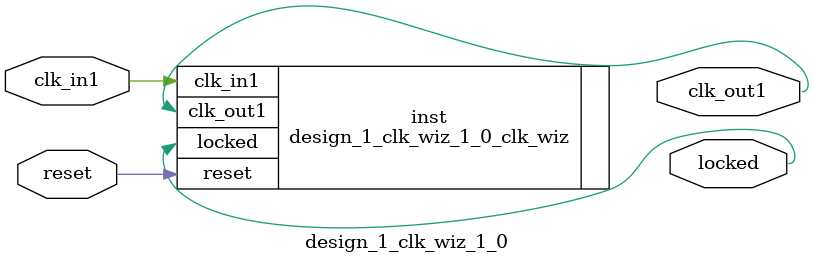
<source format=v>


`timescale 1ps/1ps

(* CORE_GENERATION_INFO = "design_1_clk_wiz_1_0,clk_wiz_v6_0_3_0_0,{component_name=design_1_clk_wiz_1_0,use_phase_alignment=true,use_min_o_jitter=false,use_max_i_jitter=false,use_dyn_phase_shift=false,use_inclk_switchover=false,use_dyn_reconfig=false,enable_axi=0,feedback_source=FDBK_AUTO,PRIMITIVE=MMCM,num_out_clk=1,clkin1_period=10.000,clkin2_period=10.000,use_power_down=false,use_reset=true,use_locked=true,use_inclk_stopped=false,feedback_type=SINGLE,CLOCK_MGR_TYPE=NA,manual_override=false}" *)

module design_1_clk_wiz_1_0 
 (
  // Clock out ports
  output        clk_out1,
  // Status and control signals
  input         reset,
  output        locked,
 // Clock in ports
  input         clk_in1
 );

  design_1_clk_wiz_1_0_clk_wiz inst
  (
  // Clock out ports  
  .clk_out1(clk_out1),
  // Status and control signals               
  .reset(reset), 
  .locked(locked),
 // Clock in ports
  .clk_in1(clk_in1)
  );

endmodule

</source>
